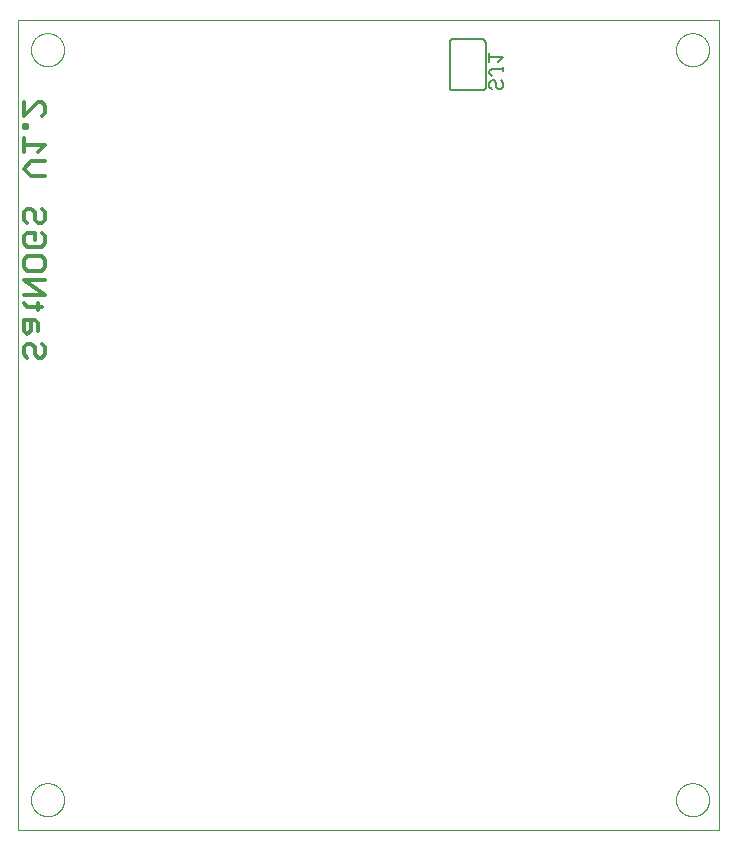
<source format=gbo>
G75*
%MOIN*%
%OFA0B0*%
%FSLAX25Y25*%
%IPPOS*%
%LPD*%
%AMOC8*
5,1,8,0,0,1.08239X$1,22.5*
%
%ADD10C,0.00000*%
%ADD11C,0.01400*%
%ADD12C,0.00600*%
%ADD13C,0.00500*%
D10*
X0002600Y0002600D02*
X0002600Y0272561D01*
X0236301Y0272561D01*
X0236301Y0002600D01*
X0002600Y0002600D01*
X0007088Y0012600D02*
X0007090Y0012748D01*
X0007096Y0012896D01*
X0007106Y0013044D01*
X0007120Y0013191D01*
X0007138Y0013338D01*
X0007159Y0013484D01*
X0007185Y0013630D01*
X0007215Y0013775D01*
X0007248Y0013919D01*
X0007286Y0014062D01*
X0007327Y0014204D01*
X0007372Y0014345D01*
X0007420Y0014485D01*
X0007473Y0014624D01*
X0007529Y0014761D01*
X0007589Y0014896D01*
X0007652Y0015030D01*
X0007719Y0015162D01*
X0007790Y0015292D01*
X0007864Y0015420D01*
X0007941Y0015546D01*
X0008022Y0015670D01*
X0008106Y0015792D01*
X0008193Y0015911D01*
X0008284Y0016028D01*
X0008378Y0016143D01*
X0008474Y0016255D01*
X0008574Y0016365D01*
X0008676Y0016471D01*
X0008782Y0016575D01*
X0008890Y0016676D01*
X0009001Y0016774D01*
X0009114Y0016870D01*
X0009230Y0016962D01*
X0009348Y0017051D01*
X0009469Y0017136D01*
X0009592Y0017219D01*
X0009717Y0017298D01*
X0009844Y0017374D01*
X0009973Y0017446D01*
X0010104Y0017515D01*
X0010237Y0017580D01*
X0010372Y0017641D01*
X0010508Y0017699D01*
X0010645Y0017754D01*
X0010784Y0017804D01*
X0010925Y0017851D01*
X0011066Y0017894D01*
X0011209Y0017934D01*
X0011353Y0017969D01*
X0011497Y0018001D01*
X0011643Y0018028D01*
X0011789Y0018052D01*
X0011936Y0018072D01*
X0012083Y0018088D01*
X0012230Y0018100D01*
X0012378Y0018108D01*
X0012526Y0018112D01*
X0012674Y0018112D01*
X0012822Y0018108D01*
X0012970Y0018100D01*
X0013117Y0018088D01*
X0013264Y0018072D01*
X0013411Y0018052D01*
X0013557Y0018028D01*
X0013703Y0018001D01*
X0013847Y0017969D01*
X0013991Y0017934D01*
X0014134Y0017894D01*
X0014275Y0017851D01*
X0014416Y0017804D01*
X0014555Y0017754D01*
X0014692Y0017699D01*
X0014828Y0017641D01*
X0014963Y0017580D01*
X0015096Y0017515D01*
X0015227Y0017446D01*
X0015356Y0017374D01*
X0015483Y0017298D01*
X0015608Y0017219D01*
X0015731Y0017136D01*
X0015852Y0017051D01*
X0015970Y0016962D01*
X0016086Y0016870D01*
X0016199Y0016774D01*
X0016310Y0016676D01*
X0016418Y0016575D01*
X0016524Y0016471D01*
X0016626Y0016365D01*
X0016726Y0016255D01*
X0016822Y0016143D01*
X0016916Y0016028D01*
X0017007Y0015911D01*
X0017094Y0015792D01*
X0017178Y0015670D01*
X0017259Y0015546D01*
X0017336Y0015420D01*
X0017410Y0015292D01*
X0017481Y0015162D01*
X0017548Y0015030D01*
X0017611Y0014896D01*
X0017671Y0014761D01*
X0017727Y0014624D01*
X0017780Y0014485D01*
X0017828Y0014345D01*
X0017873Y0014204D01*
X0017914Y0014062D01*
X0017952Y0013919D01*
X0017985Y0013775D01*
X0018015Y0013630D01*
X0018041Y0013484D01*
X0018062Y0013338D01*
X0018080Y0013191D01*
X0018094Y0013044D01*
X0018104Y0012896D01*
X0018110Y0012748D01*
X0018112Y0012600D01*
X0018110Y0012452D01*
X0018104Y0012304D01*
X0018094Y0012156D01*
X0018080Y0012009D01*
X0018062Y0011862D01*
X0018041Y0011716D01*
X0018015Y0011570D01*
X0017985Y0011425D01*
X0017952Y0011281D01*
X0017914Y0011138D01*
X0017873Y0010996D01*
X0017828Y0010855D01*
X0017780Y0010715D01*
X0017727Y0010576D01*
X0017671Y0010439D01*
X0017611Y0010304D01*
X0017548Y0010170D01*
X0017481Y0010038D01*
X0017410Y0009908D01*
X0017336Y0009780D01*
X0017259Y0009654D01*
X0017178Y0009530D01*
X0017094Y0009408D01*
X0017007Y0009289D01*
X0016916Y0009172D01*
X0016822Y0009057D01*
X0016726Y0008945D01*
X0016626Y0008835D01*
X0016524Y0008729D01*
X0016418Y0008625D01*
X0016310Y0008524D01*
X0016199Y0008426D01*
X0016086Y0008330D01*
X0015970Y0008238D01*
X0015852Y0008149D01*
X0015731Y0008064D01*
X0015608Y0007981D01*
X0015483Y0007902D01*
X0015356Y0007826D01*
X0015227Y0007754D01*
X0015096Y0007685D01*
X0014963Y0007620D01*
X0014828Y0007559D01*
X0014692Y0007501D01*
X0014555Y0007446D01*
X0014416Y0007396D01*
X0014275Y0007349D01*
X0014134Y0007306D01*
X0013991Y0007266D01*
X0013847Y0007231D01*
X0013703Y0007199D01*
X0013557Y0007172D01*
X0013411Y0007148D01*
X0013264Y0007128D01*
X0013117Y0007112D01*
X0012970Y0007100D01*
X0012822Y0007092D01*
X0012674Y0007088D01*
X0012526Y0007088D01*
X0012378Y0007092D01*
X0012230Y0007100D01*
X0012083Y0007112D01*
X0011936Y0007128D01*
X0011789Y0007148D01*
X0011643Y0007172D01*
X0011497Y0007199D01*
X0011353Y0007231D01*
X0011209Y0007266D01*
X0011066Y0007306D01*
X0010925Y0007349D01*
X0010784Y0007396D01*
X0010645Y0007446D01*
X0010508Y0007501D01*
X0010372Y0007559D01*
X0010237Y0007620D01*
X0010104Y0007685D01*
X0009973Y0007754D01*
X0009844Y0007826D01*
X0009717Y0007902D01*
X0009592Y0007981D01*
X0009469Y0008064D01*
X0009348Y0008149D01*
X0009230Y0008238D01*
X0009114Y0008330D01*
X0009001Y0008426D01*
X0008890Y0008524D01*
X0008782Y0008625D01*
X0008676Y0008729D01*
X0008574Y0008835D01*
X0008474Y0008945D01*
X0008378Y0009057D01*
X0008284Y0009172D01*
X0008193Y0009289D01*
X0008106Y0009408D01*
X0008022Y0009530D01*
X0007941Y0009654D01*
X0007864Y0009780D01*
X0007790Y0009908D01*
X0007719Y0010038D01*
X0007652Y0010170D01*
X0007589Y0010304D01*
X0007529Y0010439D01*
X0007473Y0010576D01*
X0007420Y0010715D01*
X0007372Y0010855D01*
X0007327Y0010996D01*
X0007286Y0011138D01*
X0007248Y0011281D01*
X0007215Y0011425D01*
X0007185Y0011570D01*
X0007159Y0011716D01*
X0007138Y0011862D01*
X0007120Y0012009D01*
X0007106Y0012156D01*
X0007096Y0012304D01*
X0007090Y0012452D01*
X0007088Y0012600D01*
X0007088Y0262600D02*
X0007090Y0262748D01*
X0007096Y0262896D01*
X0007106Y0263044D01*
X0007120Y0263191D01*
X0007138Y0263338D01*
X0007159Y0263484D01*
X0007185Y0263630D01*
X0007215Y0263775D01*
X0007248Y0263919D01*
X0007286Y0264062D01*
X0007327Y0264204D01*
X0007372Y0264345D01*
X0007420Y0264485D01*
X0007473Y0264624D01*
X0007529Y0264761D01*
X0007589Y0264896D01*
X0007652Y0265030D01*
X0007719Y0265162D01*
X0007790Y0265292D01*
X0007864Y0265420D01*
X0007941Y0265546D01*
X0008022Y0265670D01*
X0008106Y0265792D01*
X0008193Y0265911D01*
X0008284Y0266028D01*
X0008378Y0266143D01*
X0008474Y0266255D01*
X0008574Y0266365D01*
X0008676Y0266471D01*
X0008782Y0266575D01*
X0008890Y0266676D01*
X0009001Y0266774D01*
X0009114Y0266870D01*
X0009230Y0266962D01*
X0009348Y0267051D01*
X0009469Y0267136D01*
X0009592Y0267219D01*
X0009717Y0267298D01*
X0009844Y0267374D01*
X0009973Y0267446D01*
X0010104Y0267515D01*
X0010237Y0267580D01*
X0010372Y0267641D01*
X0010508Y0267699D01*
X0010645Y0267754D01*
X0010784Y0267804D01*
X0010925Y0267851D01*
X0011066Y0267894D01*
X0011209Y0267934D01*
X0011353Y0267969D01*
X0011497Y0268001D01*
X0011643Y0268028D01*
X0011789Y0268052D01*
X0011936Y0268072D01*
X0012083Y0268088D01*
X0012230Y0268100D01*
X0012378Y0268108D01*
X0012526Y0268112D01*
X0012674Y0268112D01*
X0012822Y0268108D01*
X0012970Y0268100D01*
X0013117Y0268088D01*
X0013264Y0268072D01*
X0013411Y0268052D01*
X0013557Y0268028D01*
X0013703Y0268001D01*
X0013847Y0267969D01*
X0013991Y0267934D01*
X0014134Y0267894D01*
X0014275Y0267851D01*
X0014416Y0267804D01*
X0014555Y0267754D01*
X0014692Y0267699D01*
X0014828Y0267641D01*
X0014963Y0267580D01*
X0015096Y0267515D01*
X0015227Y0267446D01*
X0015356Y0267374D01*
X0015483Y0267298D01*
X0015608Y0267219D01*
X0015731Y0267136D01*
X0015852Y0267051D01*
X0015970Y0266962D01*
X0016086Y0266870D01*
X0016199Y0266774D01*
X0016310Y0266676D01*
X0016418Y0266575D01*
X0016524Y0266471D01*
X0016626Y0266365D01*
X0016726Y0266255D01*
X0016822Y0266143D01*
X0016916Y0266028D01*
X0017007Y0265911D01*
X0017094Y0265792D01*
X0017178Y0265670D01*
X0017259Y0265546D01*
X0017336Y0265420D01*
X0017410Y0265292D01*
X0017481Y0265162D01*
X0017548Y0265030D01*
X0017611Y0264896D01*
X0017671Y0264761D01*
X0017727Y0264624D01*
X0017780Y0264485D01*
X0017828Y0264345D01*
X0017873Y0264204D01*
X0017914Y0264062D01*
X0017952Y0263919D01*
X0017985Y0263775D01*
X0018015Y0263630D01*
X0018041Y0263484D01*
X0018062Y0263338D01*
X0018080Y0263191D01*
X0018094Y0263044D01*
X0018104Y0262896D01*
X0018110Y0262748D01*
X0018112Y0262600D01*
X0018110Y0262452D01*
X0018104Y0262304D01*
X0018094Y0262156D01*
X0018080Y0262009D01*
X0018062Y0261862D01*
X0018041Y0261716D01*
X0018015Y0261570D01*
X0017985Y0261425D01*
X0017952Y0261281D01*
X0017914Y0261138D01*
X0017873Y0260996D01*
X0017828Y0260855D01*
X0017780Y0260715D01*
X0017727Y0260576D01*
X0017671Y0260439D01*
X0017611Y0260304D01*
X0017548Y0260170D01*
X0017481Y0260038D01*
X0017410Y0259908D01*
X0017336Y0259780D01*
X0017259Y0259654D01*
X0017178Y0259530D01*
X0017094Y0259408D01*
X0017007Y0259289D01*
X0016916Y0259172D01*
X0016822Y0259057D01*
X0016726Y0258945D01*
X0016626Y0258835D01*
X0016524Y0258729D01*
X0016418Y0258625D01*
X0016310Y0258524D01*
X0016199Y0258426D01*
X0016086Y0258330D01*
X0015970Y0258238D01*
X0015852Y0258149D01*
X0015731Y0258064D01*
X0015608Y0257981D01*
X0015483Y0257902D01*
X0015356Y0257826D01*
X0015227Y0257754D01*
X0015096Y0257685D01*
X0014963Y0257620D01*
X0014828Y0257559D01*
X0014692Y0257501D01*
X0014555Y0257446D01*
X0014416Y0257396D01*
X0014275Y0257349D01*
X0014134Y0257306D01*
X0013991Y0257266D01*
X0013847Y0257231D01*
X0013703Y0257199D01*
X0013557Y0257172D01*
X0013411Y0257148D01*
X0013264Y0257128D01*
X0013117Y0257112D01*
X0012970Y0257100D01*
X0012822Y0257092D01*
X0012674Y0257088D01*
X0012526Y0257088D01*
X0012378Y0257092D01*
X0012230Y0257100D01*
X0012083Y0257112D01*
X0011936Y0257128D01*
X0011789Y0257148D01*
X0011643Y0257172D01*
X0011497Y0257199D01*
X0011353Y0257231D01*
X0011209Y0257266D01*
X0011066Y0257306D01*
X0010925Y0257349D01*
X0010784Y0257396D01*
X0010645Y0257446D01*
X0010508Y0257501D01*
X0010372Y0257559D01*
X0010237Y0257620D01*
X0010104Y0257685D01*
X0009973Y0257754D01*
X0009844Y0257826D01*
X0009717Y0257902D01*
X0009592Y0257981D01*
X0009469Y0258064D01*
X0009348Y0258149D01*
X0009230Y0258238D01*
X0009114Y0258330D01*
X0009001Y0258426D01*
X0008890Y0258524D01*
X0008782Y0258625D01*
X0008676Y0258729D01*
X0008574Y0258835D01*
X0008474Y0258945D01*
X0008378Y0259057D01*
X0008284Y0259172D01*
X0008193Y0259289D01*
X0008106Y0259408D01*
X0008022Y0259530D01*
X0007941Y0259654D01*
X0007864Y0259780D01*
X0007790Y0259908D01*
X0007719Y0260038D01*
X0007652Y0260170D01*
X0007589Y0260304D01*
X0007529Y0260439D01*
X0007473Y0260576D01*
X0007420Y0260715D01*
X0007372Y0260855D01*
X0007327Y0260996D01*
X0007286Y0261138D01*
X0007248Y0261281D01*
X0007215Y0261425D01*
X0007185Y0261570D01*
X0007159Y0261716D01*
X0007138Y0261862D01*
X0007120Y0262009D01*
X0007106Y0262156D01*
X0007096Y0262304D01*
X0007090Y0262452D01*
X0007088Y0262600D01*
X0222088Y0262600D02*
X0222090Y0262748D01*
X0222096Y0262896D01*
X0222106Y0263044D01*
X0222120Y0263191D01*
X0222138Y0263338D01*
X0222159Y0263484D01*
X0222185Y0263630D01*
X0222215Y0263775D01*
X0222248Y0263919D01*
X0222286Y0264062D01*
X0222327Y0264204D01*
X0222372Y0264345D01*
X0222420Y0264485D01*
X0222473Y0264624D01*
X0222529Y0264761D01*
X0222589Y0264896D01*
X0222652Y0265030D01*
X0222719Y0265162D01*
X0222790Y0265292D01*
X0222864Y0265420D01*
X0222941Y0265546D01*
X0223022Y0265670D01*
X0223106Y0265792D01*
X0223193Y0265911D01*
X0223284Y0266028D01*
X0223378Y0266143D01*
X0223474Y0266255D01*
X0223574Y0266365D01*
X0223676Y0266471D01*
X0223782Y0266575D01*
X0223890Y0266676D01*
X0224001Y0266774D01*
X0224114Y0266870D01*
X0224230Y0266962D01*
X0224348Y0267051D01*
X0224469Y0267136D01*
X0224592Y0267219D01*
X0224717Y0267298D01*
X0224844Y0267374D01*
X0224973Y0267446D01*
X0225104Y0267515D01*
X0225237Y0267580D01*
X0225372Y0267641D01*
X0225508Y0267699D01*
X0225645Y0267754D01*
X0225784Y0267804D01*
X0225925Y0267851D01*
X0226066Y0267894D01*
X0226209Y0267934D01*
X0226353Y0267969D01*
X0226497Y0268001D01*
X0226643Y0268028D01*
X0226789Y0268052D01*
X0226936Y0268072D01*
X0227083Y0268088D01*
X0227230Y0268100D01*
X0227378Y0268108D01*
X0227526Y0268112D01*
X0227674Y0268112D01*
X0227822Y0268108D01*
X0227970Y0268100D01*
X0228117Y0268088D01*
X0228264Y0268072D01*
X0228411Y0268052D01*
X0228557Y0268028D01*
X0228703Y0268001D01*
X0228847Y0267969D01*
X0228991Y0267934D01*
X0229134Y0267894D01*
X0229275Y0267851D01*
X0229416Y0267804D01*
X0229555Y0267754D01*
X0229692Y0267699D01*
X0229828Y0267641D01*
X0229963Y0267580D01*
X0230096Y0267515D01*
X0230227Y0267446D01*
X0230356Y0267374D01*
X0230483Y0267298D01*
X0230608Y0267219D01*
X0230731Y0267136D01*
X0230852Y0267051D01*
X0230970Y0266962D01*
X0231086Y0266870D01*
X0231199Y0266774D01*
X0231310Y0266676D01*
X0231418Y0266575D01*
X0231524Y0266471D01*
X0231626Y0266365D01*
X0231726Y0266255D01*
X0231822Y0266143D01*
X0231916Y0266028D01*
X0232007Y0265911D01*
X0232094Y0265792D01*
X0232178Y0265670D01*
X0232259Y0265546D01*
X0232336Y0265420D01*
X0232410Y0265292D01*
X0232481Y0265162D01*
X0232548Y0265030D01*
X0232611Y0264896D01*
X0232671Y0264761D01*
X0232727Y0264624D01*
X0232780Y0264485D01*
X0232828Y0264345D01*
X0232873Y0264204D01*
X0232914Y0264062D01*
X0232952Y0263919D01*
X0232985Y0263775D01*
X0233015Y0263630D01*
X0233041Y0263484D01*
X0233062Y0263338D01*
X0233080Y0263191D01*
X0233094Y0263044D01*
X0233104Y0262896D01*
X0233110Y0262748D01*
X0233112Y0262600D01*
X0233110Y0262452D01*
X0233104Y0262304D01*
X0233094Y0262156D01*
X0233080Y0262009D01*
X0233062Y0261862D01*
X0233041Y0261716D01*
X0233015Y0261570D01*
X0232985Y0261425D01*
X0232952Y0261281D01*
X0232914Y0261138D01*
X0232873Y0260996D01*
X0232828Y0260855D01*
X0232780Y0260715D01*
X0232727Y0260576D01*
X0232671Y0260439D01*
X0232611Y0260304D01*
X0232548Y0260170D01*
X0232481Y0260038D01*
X0232410Y0259908D01*
X0232336Y0259780D01*
X0232259Y0259654D01*
X0232178Y0259530D01*
X0232094Y0259408D01*
X0232007Y0259289D01*
X0231916Y0259172D01*
X0231822Y0259057D01*
X0231726Y0258945D01*
X0231626Y0258835D01*
X0231524Y0258729D01*
X0231418Y0258625D01*
X0231310Y0258524D01*
X0231199Y0258426D01*
X0231086Y0258330D01*
X0230970Y0258238D01*
X0230852Y0258149D01*
X0230731Y0258064D01*
X0230608Y0257981D01*
X0230483Y0257902D01*
X0230356Y0257826D01*
X0230227Y0257754D01*
X0230096Y0257685D01*
X0229963Y0257620D01*
X0229828Y0257559D01*
X0229692Y0257501D01*
X0229555Y0257446D01*
X0229416Y0257396D01*
X0229275Y0257349D01*
X0229134Y0257306D01*
X0228991Y0257266D01*
X0228847Y0257231D01*
X0228703Y0257199D01*
X0228557Y0257172D01*
X0228411Y0257148D01*
X0228264Y0257128D01*
X0228117Y0257112D01*
X0227970Y0257100D01*
X0227822Y0257092D01*
X0227674Y0257088D01*
X0227526Y0257088D01*
X0227378Y0257092D01*
X0227230Y0257100D01*
X0227083Y0257112D01*
X0226936Y0257128D01*
X0226789Y0257148D01*
X0226643Y0257172D01*
X0226497Y0257199D01*
X0226353Y0257231D01*
X0226209Y0257266D01*
X0226066Y0257306D01*
X0225925Y0257349D01*
X0225784Y0257396D01*
X0225645Y0257446D01*
X0225508Y0257501D01*
X0225372Y0257559D01*
X0225237Y0257620D01*
X0225104Y0257685D01*
X0224973Y0257754D01*
X0224844Y0257826D01*
X0224717Y0257902D01*
X0224592Y0257981D01*
X0224469Y0258064D01*
X0224348Y0258149D01*
X0224230Y0258238D01*
X0224114Y0258330D01*
X0224001Y0258426D01*
X0223890Y0258524D01*
X0223782Y0258625D01*
X0223676Y0258729D01*
X0223574Y0258835D01*
X0223474Y0258945D01*
X0223378Y0259057D01*
X0223284Y0259172D01*
X0223193Y0259289D01*
X0223106Y0259408D01*
X0223022Y0259530D01*
X0222941Y0259654D01*
X0222864Y0259780D01*
X0222790Y0259908D01*
X0222719Y0260038D01*
X0222652Y0260170D01*
X0222589Y0260304D01*
X0222529Y0260439D01*
X0222473Y0260576D01*
X0222420Y0260715D01*
X0222372Y0260855D01*
X0222327Y0260996D01*
X0222286Y0261138D01*
X0222248Y0261281D01*
X0222215Y0261425D01*
X0222185Y0261570D01*
X0222159Y0261716D01*
X0222138Y0261862D01*
X0222120Y0262009D01*
X0222106Y0262156D01*
X0222096Y0262304D01*
X0222090Y0262452D01*
X0222088Y0262600D01*
X0222088Y0012600D02*
X0222090Y0012748D01*
X0222096Y0012896D01*
X0222106Y0013044D01*
X0222120Y0013191D01*
X0222138Y0013338D01*
X0222159Y0013484D01*
X0222185Y0013630D01*
X0222215Y0013775D01*
X0222248Y0013919D01*
X0222286Y0014062D01*
X0222327Y0014204D01*
X0222372Y0014345D01*
X0222420Y0014485D01*
X0222473Y0014624D01*
X0222529Y0014761D01*
X0222589Y0014896D01*
X0222652Y0015030D01*
X0222719Y0015162D01*
X0222790Y0015292D01*
X0222864Y0015420D01*
X0222941Y0015546D01*
X0223022Y0015670D01*
X0223106Y0015792D01*
X0223193Y0015911D01*
X0223284Y0016028D01*
X0223378Y0016143D01*
X0223474Y0016255D01*
X0223574Y0016365D01*
X0223676Y0016471D01*
X0223782Y0016575D01*
X0223890Y0016676D01*
X0224001Y0016774D01*
X0224114Y0016870D01*
X0224230Y0016962D01*
X0224348Y0017051D01*
X0224469Y0017136D01*
X0224592Y0017219D01*
X0224717Y0017298D01*
X0224844Y0017374D01*
X0224973Y0017446D01*
X0225104Y0017515D01*
X0225237Y0017580D01*
X0225372Y0017641D01*
X0225508Y0017699D01*
X0225645Y0017754D01*
X0225784Y0017804D01*
X0225925Y0017851D01*
X0226066Y0017894D01*
X0226209Y0017934D01*
X0226353Y0017969D01*
X0226497Y0018001D01*
X0226643Y0018028D01*
X0226789Y0018052D01*
X0226936Y0018072D01*
X0227083Y0018088D01*
X0227230Y0018100D01*
X0227378Y0018108D01*
X0227526Y0018112D01*
X0227674Y0018112D01*
X0227822Y0018108D01*
X0227970Y0018100D01*
X0228117Y0018088D01*
X0228264Y0018072D01*
X0228411Y0018052D01*
X0228557Y0018028D01*
X0228703Y0018001D01*
X0228847Y0017969D01*
X0228991Y0017934D01*
X0229134Y0017894D01*
X0229275Y0017851D01*
X0229416Y0017804D01*
X0229555Y0017754D01*
X0229692Y0017699D01*
X0229828Y0017641D01*
X0229963Y0017580D01*
X0230096Y0017515D01*
X0230227Y0017446D01*
X0230356Y0017374D01*
X0230483Y0017298D01*
X0230608Y0017219D01*
X0230731Y0017136D01*
X0230852Y0017051D01*
X0230970Y0016962D01*
X0231086Y0016870D01*
X0231199Y0016774D01*
X0231310Y0016676D01*
X0231418Y0016575D01*
X0231524Y0016471D01*
X0231626Y0016365D01*
X0231726Y0016255D01*
X0231822Y0016143D01*
X0231916Y0016028D01*
X0232007Y0015911D01*
X0232094Y0015792D01*
X0232178Y0015670D01*
X0232259Y0015546D01*
X0232336Y0015420D01*
X0232410Y0015292D01*
X0232481Y0015162D01*
X0232548Y0015030D01*
X0232611Y0014896D01*
X0232671Y0014761D01*
X0232727Y0014624D01*
X0232780Y0014485D01*
X0232828Y0014345D01*
X0232873Y0014204D01*
X0232914Y0014062D01*
X0232952Y0013919D01*
X0232985Y0013775D01*
X0233015Y0013630D01*
X0233041Y0013484D01*
X0233062Y0013338D01*
X0233080Y0013191D01*
X0233094Y0013044D01*
X0233104Y0012896D01*
X0233110Y0012748D01*
X0233112Y0012600D01*
X0233110Y0012452D01*
X0233104Y0012304D01*
X0233094Y0012156D01*
X0233080Y0012009D01*
X0233062Y0011862D01*
X0233041Y0011716D01*
X0233015Y0011570D01*
X0232985Y0011425D01*
X0232952Y0011281D01*
X0232914Y0011138D01*
X0232873Y0010996D01*
X0232828Y0010855D01*
X0232780Y0010715D01*
X0232727Y0010576D01*
X0232671Y0010439D01*
X0232611Y0010304D01*
X0232548Y0010170D01*
X0232481Y0010038D01*
X0232410Y0009908D01*
X0232336Y0009780D01*
X0232259Y0009654D01*
X0232178Y0009530D01*
X0232094Y0009408D01*
X0232007Y0009289D01*
X0231916Y0009172D01*
X0231822Y0009057D01*
X0231726Y0008945D01*
X0231626Y0008835D01*
X0231524Y0008729D01*
X0231418Y0008625D01*
X0231310Y0008524D01*
X0231199Y0008426D01*
X0231086Y0008330D01*
X0230970Y0008238D01*
X0230852Y0008149D01*
X0230731Y0008064D01*
X0230608Y0007981D01*
X0230483Y0007902D01*
X0230356Y0007826D01*
X0230227Y0007754D01*
X0230096Y0007685D01*
X0229963Y0007620D01*
X0229828Y0007559D01*
X0229692Y0007501D01*
X0229555Y0007446D01*
X0229416Y0007396D01*
X0229275Y0007349D01*
X0229134Y0007306D01*
X0228991Y0007266D01*
X0228847Y0007231D01*
X0228703Y0007199D01*
X0228557Y0007172D01*
X0228411Y0007148D01*
X0228264Y0007128D01*
X0228117Y0007112D01*
X0227970Y0007100D01*
X0227822Y0007092D01*
X0227674Y0007088D01*
X0227526Y0007088D01*
X0227378Y0007092D01*
X0227230Y0007100D01*
X0227083Y0007112D01*
X0226936Y0007128D01*
X0226789Y0007148D01*
X0226643Y0007172D01*
X0226497Y0007199D01*
X0226353Y0007231D01*
X0226209Y0007266D01*
X0226066Y0007306D01*
X0225925Y0007349D01*
X0225784Y0007396D01*
X0225645Y0007446D01*
X0225508Y0007501D01*
X0225372Y0007559D01*
X0225237Y0007620D01*
X0225104Y0007685D01*
X0224973Y0007754D01*
X0224844Y0007826D01*
X0224717Y0007902D01*
X0224592Y0007981D01*
X0224469Y0008064D01*
X0224348Y0008149D01*
X0224230Y0008238D01*
X0224114Y0008330D01*
X0224001Y0008426D01*
X0223890Y0008524D01*
X0223782Y0008625D01*
X0223676Y0008729D01*
X0223574Y0008835D01*
X0223474Y0008945D01*
X0223378Y0009057D01*
X0223284Y0009172D01*
X0223193Y0009289D01*
X0223106Y0009408D01*
X0223022Y0009530D01*
X0222941Y0009654D01*
X0222864Y0009780D01*
X0222790Y0009908D01*
X0222719Y0010038D01*
X0222652Y0010170D01*
X0222589Y0010304D01*
X0222529Y0010439D01*
X0222473Y0010576D01*
X0222420Y0010715D01*
X0222372Y0010855D01*
X0222327Y0010996D01*
X0222286Y0011138D01*
X0222248Y0011281D01*
X0222215Y0011425D01*
X0222185Y0011570D01*
X0222159Y0011716D01*
X0222138Y0011862D01*
X0222120Y0012009D01*
X0222106Y0012156D01*
X0222096Y0012304D01*
X0222090Y0012452D01*
X0222088Y0012600D01*
D11*
X0011906Y0161075D02*
X0010705Y0159874D01*
X0009504Y0159874D01*
X0008303Y0161075D01*
X0008303Y0163477D01*
X0007102Y0164678D01*
X0005901Y0164678D01*
X0004700Y0163477D01*
X0004700Y0161075D01*
X0005901Y0159874D01*
X0011906Y0161075D02*
X0011906Y0163477D01*
X0010705Y0164678D01*
X0009504Y0168994D02*
X0009504Y0171396D01*
X0008303Y0172597D01*
X0004700Y0172597D01*
X0004700Y0168994D01*
X0005901Y0167793D01*
X0007102Y0168994D01*
X0007102Y0172597D01*
X0009504Y0175711D02*
X0009504Y0178113D01*
X0010705Y0176912D02*
X0005901Y0176912D01*
X0004700Y0178113D01*
X0004700Y0180990D02*
X0011906Y0180990D01*
X0004700Y0185795D01*
X0011906Y0185795D01*
X0010705Y0188909D02*
X0005901Y0188909D01*
X0004700Y0190110D01*
X0004700Y0192512D01*
X0005901Y0193713D01*
X0010705Y0193713D01*
X0011906Y0192512D01*
X0011906Y0190110D01*
X0010705Y0188909D01*
X0010705Y0196828D02*
X0005901Y0196828D01*
X0004700Y0198029D01*
X0004700Y0200431D01*
X0005901Y0201632D01*
X0008303Y0201632D01*
X0008303Y0199230D01*
X0010705Y0196828D02*
X0011906Y0198029D01*
X0011906Y0200431D01*
X0010705Y0201632D01*
X0010705Y0204747D02*
X0009504Y0204747D01*
X0008303Y0205948D01*
X0008303Y0208350D01*
X0007102Y0209551D01*
X0005901Y0209551D01*
X0004700Y0208350D01*
X0004700Y0205948D01*
X0005901Y0204747D01*
X0010705Y0204747D02*
X0011906Y0205948D01*
X0011906Y0208350D01*
X0010705Y0209551D01*
X0011906Y0220584D02*
X0007102Y0220584D01*
X0004700Y0222986D01*
X0007102Y0225388D01*
X0011906Y0225388D01*
X0009504Y0228503D02*
X0011906Y0230905D01*
X0004700Y0230905D01*
X0004700Y0228503D02*
X0004700Y0233307D01*
X0004700Y0236422D02*
X0004700Y0237623D01*
X0005901Y0237623D01*
X0005901Y0236422D01*
X0004700Y0236422D01*
X0004700Y0240381D02*
X0009504Y0245185D01*
X0010705Y0245185D01*
X0011906Y0243984D01*
X0011906Y0241582D01*
X0010705Y0240381D01*
X0004700Y0240381D02*
X0004700Y0245185D01*
D12*
X0146600Y0250100D02*
X0146600Y0265100D01*
X0146602Y0265160D01*
X0146607Y0265221D01*
X0146616Y0265280D01*
X0146629Y0265339D01*
X0146645Y0265398D01*
X0146665Y0265455D01*
X0146688Y0265510D01*
X0146715Y0265565D01*
X0146744Y0265617D01*
X0146777Y0265668D01*
X0146813Y0265717D01*
X0146851Y0265763D01*
X0146893Y0265807D01*
X0146937Y0265849D01*
X0146983Y0265887D01*
X0147032Y0265923D01*
X0147083Y0265956D01*
X0147135Y0265985D01*
X0147190Y0266012D01*
X0147245Y0266035D01*
X0147302Y0266055D01*
X0147361Y0266071D01*
X0147420Y0266084D01*
X0147479Y0266093D01*
X0147540Y0266098D01*
X0147600Y0266100D01*
X0157600Y0266100D01*
X0157660Y0266098D01*
X0157721Y0266093D01*
X0157780Y0266084D01*
X0157839Y0266071D01*
X0157898Y0266055D01*
X0157955Y0266035D01*
X0158010Y0266012D01*
X0158065Y0265985D01*
X0158117Y0265956D01*
X0158168Y0265923D01*
X0158217Y0265887D01*
X0158263Y0265849D01*
X0158307Y0265807D01*
X0158349Y0265763D01*
X0158387Y0265717D01*
X0158423Y0265668D01*
X0158456Y0265617D01*
X0158485Y0265565D01*
X0158512Y0265510D01*
X0158535Y0265455D01*
X0158555Y0265398D01*
X0158571Y0265339D01*
X0158584Y0265280D01*
X0158593Y0265221D01*
X0158598Y0265160D01*
X0158600Y0265100D01*
X0158600Y0250100D01*
X0158598Y0250040D01*
X0158593Y0249979D01*
X0158584Y0249920D01*
X0158571Y0249861D01*
X0158555Y0249802D01*
X0158535Y0249745D01*
X0158512Y0249690D01*
X0158485Y0249635D01*
X0158456Y0249583D01*
X0158423Y0249532D01*
X0158387Y0249483D01*
X0158349Y0249437D01*
X0158307Y0249393D01*
X0158263Y0249351D01*
X0158217Y0249313D01*
X0158168Y0249277D01*
X0158117Y0249244D01*
X0158065Y0249215D01*
X0158010Y0249188D01*
X0157955Y0249165D01*
X0157898Y0249145D01*
X0157839Y0249129D01*
X0157780Y0249116D01*
X0157721Y0249107D01*
X0157660Y0249102D01*
X0157600Y0249100D01*
X0147600Y0249100D01*
X0147540Y0249102D01*
X0147479Y0249107D01*
X0147420Y0249116D01*
X0147361Y0249129D01*
X0147302Y0249145D01*
X0147245Y0249165D01*
X0147190Y0249188D01*
X0147135Y0249215D01*
X0147083Y0249244D01*
X0147032Y0249277D01*
X0146983Y0249313D01*
X0146937Y0249351D01*
X0146893Y0249393D01*
X0146851Y0249437D01*
X0146813Y0249483D01*
X0146777Y0249532D01*
X0146744Y0249583D01*
X0146715Y0249635D01*
X0146688Y0249690D01*
X0146665Y0249745D01*
X0146645Y0249802D01*
X0146629Y0249861D01*
X0146616Y0249920D01*
X0146607Y0249979D01*
X0146602Y0250040D01*
X0146600Y0250100D01*
D13*
X0159850Y0250101D02*
X0160601Y0249350D01*
X0159850Y0250101D02*
X0159850Y0251602D01*
X0160601Y0252353D01*
X0161351Y0252353D01*
X0162102Y0251602D01*
X0162102Y0250101D01*
X0162853Y0249350D01*
X0163603Y0249350D01*
X0164354Y0250101D01*
X0164354Y0251602D01*
X0163603Y0252353D01*
X0164354Y0255455D02*
X0164354Y0256956D01*
X0164354Y0256206D02*
X0160601Y0256206D01*
X0159850Y0255455D01*
X0159850Y0254705D01*
X0160601Y0253954D01*
X0159850Y0258558D02*
X0159850Y0261560D01*
X0159850Y0260059D02*
X0164354Y0260059D01*
X0162853Y0258558D01*
M02*

</source>
